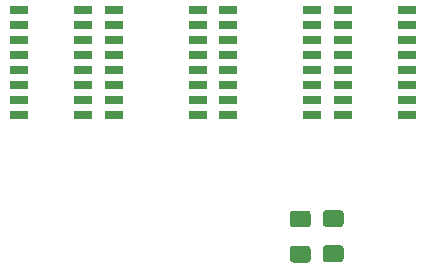
<source format=gbr>
%TF.GenerationSoftware,KiCad,Pcbnew,(5.1.6)-1*%
%TF.CreationDate,2021-03-31T10:32:31-04:00*%
%TF.ProjectId,Turbo-Display-V2,54757262-6f2d-4446-9973-706c61792d56,rev?*%
%TF.SameCoordinates,Original*%
%TF.FileFunction,Paste,Top*%
%TF.FilePolarity,Positive*%
%FSLAX46Y46*%
G04 Gerber Fmt 4.6, Leading zero omitted, Abs format (unit mm)*
G04 Created by KiCad (PCBNEW (5.1.6)-1) date 2021-03-31 10:32:31*
%MOMM*%
%LPD*%
G01*
G04 APERTURE LIST*
%ADD10R,1.505000X0.700000*%
%ADD11R,1.525000X0.650000*%
G04 APERTURE END LIST*
%TO.C,C1*%
G36*
G01*
X110607000Y-99953500D02*
X109357000Y-99953500D01*
G75*
G02*
X109107000Y-99703500I0J250000D01*
G01*
X109107000Y-98778500D01*
G75*
G02*
X109357000Y-98528500I250000J0D01*
G01*
X110607000Y-98528500D01*
G75*
G02*
X110857000Y-98778500I0J-250000D01*
G01*
X110857000Y-99703500D01*
G75*
G02*
X110607000Y-99953500I-250000J0D01*
G01*
G37*
G36*
G01*
X110607000Y-96978500D02*
X109357000Y-96978500D01*
G75*
G02*
X109107000Y-96728500I0J250000D01*
G01*
X109107000Y-95803500D01*
G75*
G02*
X109357000Y-95553500I250000J0D01*
G01*
X110607000Y-95553500D01*
G75*
G02*
X110857000Y-95803500I0J-250000D01*
G01*
X110857000Y-96728500D01*
G75*
G02*
X110607000Y-96978500I-250000J0D01*
G01*
G37*
%TD*%
%TO.C,C2*%
G36*
G01*
X107813000Y-97015000D02*
X106563000Y-97015000D01*
G75*
G02*
X106313000Y-96765000I0J250000D01*
G01*
X106313000Y-95840000D01*
G75*
G02*
X106563000Y-95590000I250000J0D01*
G01*
X107813000Y-95590000D01*
G75*
G02*
X108063000Y-95840000I0J-250000D01*
G01*
X108063000Y-96765000D01*
G75*
G02*
X107813000Y-97015000I-250000J0D01*
G01*
G37*
G36*
G01*
X107813000Y-99990000D02*
X106563000Y-99990000D01*
G75*
G02*
X106313000Y-99740000I0J250000D01*
G01*
X106313000Y-98815000D01*
G75*
G02*
X106563000Y-98565000I250000J0D01*
G01*
X107813000Y-98565000D01*
G75*
G02*
X108063000Y-98815000I0J-250000D01*
G01*
X108063000Y-99740000D01*
G75*
G02*
X107813000Y-99990000I-250000J0D01*
G01*
G37*
%TD*%
D10*
%TO.C,RN1*%
X98544000Y-87503000D03*
X98544000Y-86233000D03*
X98544000Y-84963000D03*
X98544000Y-83693000D03*
X98544000Y-82423000D03*
X98544000Y-81153000D03*
X98544000Y-79883000D03*
X98544000Y-78613000D03*
X91448000Y-78613000D03*
X91448000Y-79883000D03*
X91448000Y-81153000D03*
X91448000Y-82423000D03*
X91448000Y-83693000D03*
X91448000Y-84963000D03*
X91448000Y-86233000D03*
X91448000Y-87503000D03*
%TD*%
%TO.C,RN2*%
X108196000Y-78613000D03*
X108196000Y-79883000D03*
X108196000Y-81153000D03*
X108196000Y-82423000D03*
X108196000Y-83693000D03*
X108196000Y-84963000D03*
X108196000Y-86233000D03*
X108196000Y-87503000D03*
X101100000Y-87503000D03*
X101100000Y-86233000D03*
X101100000Y-84963000D03*
X101100000Y-83693000D03*
X101100000Y-82423000D03*
X101100000Y-81153000D03*
X101100000Y-79883000D03*
X101100000Y-78613000D03*
%TD*%
D11*
%TO.C,U2*%
X88818000Y-87503000D03*
X88818000Y-86233000D03*
X88818000Y-84963000D03*
X88818000Y-83693000D03*
X88818000Y-82423000D03*
X88818000Y-81153000D03*
X88818000Y-79883000D03*
X88818000Y-78613000D03*
X83394000Y-78613000D03*
X83394000Y-79883000D03*
X83394000Y-81153000D03*
X83394000Y-82423000D03*
X83394000Y-83693000D03*
X83394000Y-84963000D03*
X83394000Y-86233000D03*
X83394000Y-87503000D03*
%TD*%
%TO.C,U3*%
X116250000Y-78613000D03*
X116250000Y-79883000D03*
X116250000Y-81153000D03*
X116250000Y-82423000D03*
X116250000Y-83693000D03*
X116250000Y-84963000D03*
X116250000Y-86233000D03*
X116250000Y-87503000D03*
X110826000Y-87503000D03*
X110826000Y-86233000D03*
X110826000Y-84963000D03*
X110826000Y-83693000D03*
X110826000Y-82423000D03*
X110826000Y-81153000D03*
X110826000Y-79883000D03*
X110826000Y-78613000D03*
%TD*%
M02*

</source>
